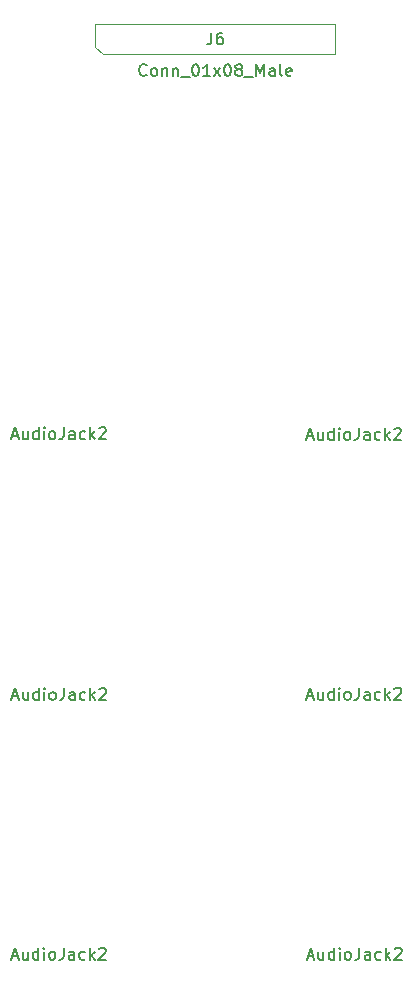
<source format=gbr>
%TF.GenerationSoftware,KiCad,Pcbnew,(5.1.9)-1*%
%TF.CreationDate,2021-08-22T21:38:48+01:00*%
%TF.ProjectId,Simple mixer jack panel,53696d70-6c65-4206-9d69-786572206a61,rev?*%
%TF.SameCoordinates,Original*%
%TF.FileFunction,Other,Fab,Top*%
%FSLAX46Y46*%
G04 Gerber Fmt 4.6, Leading zero omitted, Abs format (unit mm)*
G04 Created by KiCad (PCBNEW (5.1.9)-1) date 2021-08-22 21:38:48*
%MOMM*%
%LPD*%
G01*
G04 APERTURE LIST*
%ADD10C,0.100000*%
%ADD11C,0.150000*%
G04 APERTURE END LIST*
D10*
%TO.C,J6*%
X32725000Y-54000000D02*
X32090000Y-53365000D01*
X52410000Y-54000000D02*
X32725000Y-54000000D01*
X52410000Y-51460000D02*
X52410000Y-54000000D01*
X32090000Y-51460000D02*
X52410000Y-51460000D01*
X32090000Y-53365000D02*
X32090000Y-51460000D01*
%TD*%
%TO.C,J1*%
D11*
X25033809Y-86316666D02*
X25510000Y-86316666D01*
X24938571Y-86602380D02*
X25271904Y-85602380D01*
X25605238Y-86602380D01*
X26367142Y-85935714D02*
X26367142Y-86602380D01*
X25938571Y-85935714D02*
X25938571Y-86459523D01*
X25986190Y-86554761D01*
X26081428Y-86602380D01*
X26224285Y-86602380D01*
X26319523Y-86554761D01*
X26367142Y-86507142D01*
X27271904Y-86602380D02*
X27271904Y-85602380D01*
X27271904Y-86554761D02*
X27176666Y-86602380D01*
X26986190Y-86602380D01*
X26890952Y-86554761D01*
X26843333Y-86507142D01*
X26795714Y-86411904D01*
X26795714Y-86126190D01*
X26843333Y-86030952D01*
X26890952Y-85983333D01*
X26986190Y-85935714D01*
X27176666Y-85935714D01*
X27271904Y-85983333D01*
X27748095Y-86602380D02*
X27748095Y-85935714D01*
X27748095Y-85602380D02*
X27700476Y-85650000D01*
X27748095Y-85697619D01*
X27795714Y-85650000D01*
X27748095Y-85602380D01*
X27748095Y-85697619D01*
X28367142Y-86602380D02*
X28271904Y-86554761D01*
X28224285Y-86507142D01*
X28176666Y-86411904D01*
X28176666Y-86126190D01*
X28224285Y-86030952D01*
X28271904Y-85983333D01*
X28367142Y-85935714D01*
X28510000Y-85935714D01*
X28605238Y-85983333D01*
X28652857Y-86030952D01*
X28700476Y-86126190D01*
X28700476Y-86411904D01*
X28652857Y-86507142D01*
X28605238Y-86554761D01*
X28510000Y-86602380D01*
X28367142Y-86602380D01*
X29414761Y-85602380D02*
X29414761Y-86316666D01*
X29367142Y-86459523D01*
X29271904Y-86554761D01*
X29129047Y-86602380D01*
X29033809Y-86602380D01*
X30319523Y-86602380D02*
X30319523Y-86078571D01*
X30271904Y-85983333D01*
X30176666Y-85935714D01*
X29986190Y-85935714D01*
X29890952Y-85983333D01*
X30319523Y-86554761D02*
X30224285Y-86602380D01*
X29986190Y-86602380D01*
X29890952Y-86554761D01*
X29843333Y-86459523D01*
X29843333Y-86364285D01*
X29890952Y-86269047D01*
X29986190Y-86221428D01*
X30224285Y-86221428D01*
X30319523Y-86173809D01*
X31224285Y-86554761D02*
X31129047Y-86602380D01*
X30938571Y-86602380D01*
X30843333Y-86554761D01*
X30795714Y-86507142D01*
X30748095Y-86411904D01*
X30748095Y-86126190D01*
X30795714Y-86030952D01*
X30843333Y-85983333D01*
X30938571Y-85935714D01*
X31129047Y-85935714D01*
X31224285Y-85983333D01*
X31652857Y-86602380D02*
X31652857Y-85602380D01*
X31748095Y-86221428D02*
X32033809Y-86602380D01*
X32033809Y-85935714D02*
X31652857Y-86316666D01*
X32414761Y-85697619D02*
X32462380Y-85650000D01*
X32557619Y-85602380D01*
X32795714Y-85602380D01*
X32890952Y-85650000D01*
X32938571Y-85697619D01*
X32986190Y-85792857D01*
X32986190Y-85888095D01*
X32938571Y-86030952D01*
X32367142Y-86602380D01*
X32986190Y-86602380D01*
%TO.C,J2*%
X50013809Y-86366666D02*
X50490000Y-86366666D01*
X49918571Y-86652380D02*
X50251904Y-85652380D01*
X50585238Y-86652380D01*
X51347142Y-85985714D02*
X51347142Y-86652380D01*
X50918571Y-85985714D02*
X50918571Y-86509523D01*
X50966190Y-86604761D01*
X51061428Y-86652380D01*
X51204285Y-86652380D01*
X51299523Y-86604761D01*
X51347142Y-86557142D01*
X52251904Y-86652380D02*
X52251904Y-85652380D01*
X52251904Y-86604761D02*
X52156666Y-86652380D01*
X51966190Y-86652380D01*
X51870952Y-86604761D01*
X51823333Y-86557142D01*
X51775714Y-86461904D01*
X51775714Y-86176190D01*
X51823333Y-86080952D01*
X51870952Y-86033333D01*
X51966190Y-85985714D01*
X52156666Y-85985714D01*
X52251904Y-86033333D01*
X52728095Y-86652380D02*
X52728095Y-85985714D01*
X52728095Y-85652380D02*
X52680476Y-85700000D01*
X52728095Y-85747619D01*
X52775714Y-85700000D01*
X52728095Y-85652380D01*
X52728095Y-85747619D01*
X53347142Y-86652380D02*
X53251904Y-86604761D01*
X53204285Y-86557142D01*
X53156666Y-86461904D01*
X53156666Y-86176190D01*
X53204285Y-86080952D01*
X53251904Y-86033333D01*
X53347142Y-85985714D01*
X53490000Y-85985714D01*
X53585238Y-86033333D01*
X53632857Y-86080952D01*
X53680476Y-86176190D01*
X53680476Y-86461904D01*
X53632857Y-86557142D01*
X53585238Y-86604761D01*
X53490000Y-86652380D01*
X53347142Y-86652380D01*
X54394761Y-85652380D02*
X54394761Y-86366666D01*
X54347142Y-86509523D01*
X54251904Y-86604761D01*
X54109047Y-86652380D01*
X54013809Y-86652380D01*
X55299523Y-86652380D02*
X55299523Y-86128571D01*
X55251904Y-86033333D01*
X55156666Y-85985714D01*
X54966190Y-85985714D01*
X54870952Y-86033333D01*
X55299523Y-86604761D02*
X55204285Y-86652380D01*
X54966190Y-86652380D01*
X54870952Y-86604761D01*
X54823333Y-86509523D01*
X54823333Y-86414285D01*
X54870952Y-86319047D01*
X54966190Y-86271428D01*
X55204285Y-86271428D01*
X55299523Y-86223809D01*
X56204285Y-86604761D02*
X56109047Y-86652380D01*
X55918571Y-86652380D01*
X55823333Y-86604761D01*
X55775714Y-86557142D01*
X55728095Y-86461904D01*
X55728095Y-86176190D01*
X55775714Y-86080952D01*
X55823333Y-86033333D01*
X55918571Y-85985714D01*
X56109047Y-85985714D01*
X56204285Y-86033333D01*
X56632857Y-86652380D02*
X56632857Y-85652380D01*
X56728095Y-86271428D02*
X57013809Y-86652380D01*
X57013809Y-85985714D02*
X56632857Y-86366666D01*
X57394761Y-85747619D02*
X57442380Y-85700000D01*
X57537619Y-85652380D01*
X57775714Y-85652380D01*
X57870952Y-85700000D01*
X57918571Y-85747619D01*
X57966190Y-85842857D01*
X57966190Y-85938095D01*
X57918571Y-86080952D01*
X57347142Y-86652380D01*
X57966190Y-86652380D01*
%TO.C,J3*%
X25053809Y-108386666D02*
X25530000Y-108386666D01*
X24958571Y-108672380D02*
X25291904Y-107672380D01*
X25625238Y-108672380D01*
X26387142Y-108005714D02*
X26387142Y-108672380D01*
X25958571Y-108005714D02*
X25958571Y-108529523D01*
X26006190Y-108624761D01*
X26101428Y-108672380D01*
X26244285Y-108672380D01*
X26339523Y-108624761D01*
X26387142Y-108577142D01*
X27291904Y-108672380D02*
X27291904Y-107672380D01*
X27291904Y-108624761D02*
X27196666Y-108672380D01*
X27006190Y-108672380D01*
X26910952Y-108624761D01*
X26863333Y-108577142D01*
X26815714Y-108481904D01*
X26815714Y-108196190D01*
X26863333Y-108100952D01*
X26910952Y-108053333D01*
X27006190Y-108005714D01*
X27196666Y-108005714D01*
X27291904Y-108053333D01*
X27768095Y-108672380D02*
X27768095Y-108005714D01*
X27768095Y-107672380D02*
X27720476Y-107720000D01*
X27768095Y-107767619D01*
X27815714Y-107720000D01*
X27768095Y-107672380D01*
X27768095Y-107767619D01*
X28387142Y-108672380D02*
X28291904Y-108624761D01*
X28244285Y-108577142D01*
X28196666Y-108481904D01*
X28196666Y-108196190D01*
X28244285Y-108100952D01*
X28291904Y-108053333D01*
X28387142Y-108005714D01*
X28530000Y-108005714D01*
X28625238Y-108053333D01*
X28672857Y-108100952D01*
X28720476Y-108196190D01*
X28720476Y-108481904D01*
X28672857Y-108577142D01*
X28625238Y-108624761D01*
X28530000Y-108672380D01*
X28387142Y-108672380D01*
X29434761Y-107672380D02*
X29434761Y-108386666D01*
X29387142Y-108529523D01*
X29291904Y-108624761D01*
X29149047Y-108672380D01*
X29053809Y-108672380D01*
X30339523Y-108672380D02*
X30339523Y-108148571D01*
X30291904Y-108053333D01*
X30196666Y-108005714D01*
X30006190Y-108005714D01*
X29910952Y-108053333D01*
X30339523Y-108624761D02*
X30244285Y-108672380D01*
X30006190Y-108672380D01*
X29910952Y-108624761D01*
X29863333Y-108529523D01*
X29863333Y-108434285D01*
X29910952Y-108339047D01*
X30006190Y-108291428D01*
X30244285Y-108291428D01*
X30339523Y-108243809D01*
X31244285Y-108624761D02*
X31149047Y-108672380D01*
X30958571Y-108672380D01*
X30863333Y-108624761D01*
X30815714Y-108577142D01*
X30768095Y-108481904D01*
X30768095Y-108196190D01*
X30815714Y-108100952D01*
X30863333Y-108053333D01*
X30958571Y-108005714D01*
X31149047Y-108005714D01*
X31244285Y-108053333D01*
X31672857Y-108672380D02*
X31672857Y-107672380D01*
X31768095Y-108291428D02*
X32053809Y-108672380D01*
X32053809Y-108005714D02*
X31672857Y-108386666D01*
X32434761Y-107767619D02*
X32482380Y-107720000D01*
X32577619Y-107672380D01*
X32815714Y-107672380D01*
X32910952Y-107720000D01*
X32958571Y-107767619D01*
X33006190Y-107862857D01*
X33006190Y-107958095D01*
X32958571Y-108100952D01*
X32387142Y-108672380D01*
X33006190Y-108672380D01*
%TO.C,J4*%
X50023809Y-108376666D02*
X50500000Y-108376666D01*
X49928571Y-108662380D02*
X50261904Y-107662380D01*
X50595238Y-108662380D01*
X51357142Y-107995714D02*
X51357142Y-108662380D01*
X50928571Y-107995714D02*
X50928571Y-108519523D01*
X50976190Y-108614761D01*
X51071428Y-108662380D01*
X51214285Y-108662380D01*
X51309523Y-108614761D01*
X51357142Y-108567142D01*
X52261904Y-108662380D02*
X52261904Y-107662380D01*
X52261904Y-108614761D02*
X52166666Y-108662380D01*
X51976190Y-108662380D01*
X51880952Y-108614761D01*
X51833333Y-108567142D01*
X51785714Y-108471904D01*
X51785714Y-108186190D01*
X51833333Y-108090952D01*
X51880952Y-108043333D01*
X51976190Y-107995714D01*
X52166666Y-107995714D01*
X52261904Y-108043333D01*
X52738095Y-108662380D02*
X52738095Y-107995714D01*
X52738095Y-107662380D02*
X52690476Y-107710000D01*
X52738095Y-107757619D01*
X52785714Y-107710000D01*
X52738095Y-107662380D01*
X52738095Y-107757619D01*
X53357142Y-108662380D02*
X53261904Y-108614761D01*
X53214285Y-108567142D01*
X53166666Y-108471904D01*
X53166666Y-108186190D01*
X53214285Y-108090952D01*
X53261904Y-108043333D01*
X53357142Y-107995714D01*
X53500000Y-107995714D01*
X53595238Y-108043333D01*
X53642857Y-108090952D01*
X53690476Y-108186190D01*
X53690476Y-108471904D01*
X53642857Y-108567142D01*
X53595238Y-108614761D01*
X53500000Y-108662380D01*
X53357142Y-108662380D01*
X54404761Y-107662380D02*
X54404761Y-108376666D01*
X54357142Y-108519523D01*
X54261904Y-108614761D01*
X54119047Y-108662380D01*
X54023809Y-108662380D01*
X55309523Y-108662380D02*
X55309523Y-108138571D01*
X55261904Y-108043333D01*
X55166666Y-107995714D01*
X54976190Y-107995714D01*
X54880952Y-108043333D01*
X55309523Y-108614761D02*
X55214285Y-108662380D01*
X54976190Y-108662380D01*
X54880952Y-108614761D01*
X54833333Y-108519523D01*
X54833333Y-108424285D01*
X54880952Y-108329047D01*
X54976190Y-108281428D01*
X55214285Y-108281428D01*
X55309523Y-108233809D01*
X56214285Y-108614761D02*
X56119047Y-108662380D01*
X55928571Y-108662380D01*
X55833333Y-108614761D01*
X55785714Y-108567142D01*
X55738095Y-108471904D01*
X55738095Y-108186190D01*
X55785714Y-108090952D01*
X55833333Y-108043333D01*
X55928571Y-107995714D01*
X56119047Y-107995714D01*
X56214285Y-108043333D01*
X56642857Y-108662380D02*
X56642857Y-107662380D01*
X56738095Y-108281428D02*
X57023809Y-108662380D01*
X57023809Y-107995714D02*
X56642857Y-108376666D01*
X57404761Y-107757619D02*
X57452380Y-107710000D01*
X57547619Y-107662380D01*
X57785714Y-107662380D01*
X57880952Y-107710000D01*
X57928571Y-107757619D01*
X57976190Y-107852857D01*
X57976190Y-107948095D01*
X57928571Y-108090952D01*
X57357142Y-108662380D01*
X57976190Y-108662380D01*
%TO.C,J5*%
X25013809Y-130376666D02*
X25490000Y-130376666D01*
X24918571Y-130662380D02*
X25251904Y-129662380D01*
X25585238Y-130662380D01*
X26347142Y-129995714D02*
X26347142Y-130662380D01*
X25918571Y-129995714D02*
X25918571Y-130519523D01*
X25966190Y-130614761D01*
X26061428Y-130662380D01*
X26204285Y-130662380D01*
X26299523Y-130614761D01*
X26347142Y-130567142D01*
X27251904Y-130662380D02*
X27251904Y-129662380D01*
X27251904Y-130614761D02*
X27156666Y-130662380D01*
X26966190Y-130662380D01*
X26870952Y-130614761D01*
X26823333Y-130567142D01*
X26775714Y-130471904D01*
X26775714Y-130186190D01*
X26823333Y-130090952D01*
X26870952Y-130043333D01*
X26966190Y-129995714D01*
X27156666Y-129995714D01*
X27251904Y-130043333D01*
X27728095Y-130662380D02*
X27728095Y-129995714D01*
X27728095Y-129662380D02*
X27680476Y-129710000D01*
X27728095Y-129757619D01*
X27775714Y-129710000D01*
X27728095Y-129662380D01*
X27728095Y-129757619D01*
X28347142Y-130662380D02*
X28251904Y-130614761D01*
X28204285Y-130567142D01*
X28156666Y-130471904D01*
X28156666Y-130186190D01*
X28204285Y-130090952D01*
X28251904Y-130043333D01*
X28347142Y-129995714D01*
X28490000Y-129995714D01*
X28585238Y-130043333D01*
X28632857Y-130090952D01*
X28680476Y-130186190D01*
X28680476Y-130471904D01*
X28632857Y-130567142D01*
X28585238Y-130614761D01*
X28490000Y-130662380D01*
X28347142Y-130662380D01*
X29394761Y-129662380D02*
X29394761Y-130376666D01*
X29347142Y-130519523D01*
X29251904Y-130614761D01*
X29109047Y-130662380D01*
X29013809Y-130662380D01*
X30299523Y-130662380D02*
X30299523Y-130138571D01*
X30251904Y-130043333D01*
X30156666Y-129995714D01*
X29966190Y-129995714D01*
X29870952Y-130043333D01*
X30299523Y-130614761D02*
X30204285Y-130662380D01*
X29966190Y-130662380D01*
X29870952Y-130614761D01*
X29823333Y-130519523D01*
X29823333Y-130424285D01*
X29870952Y-130329047D01*
X29966190Y-130281428D01*
X30204285Y-130281428D01*
X30299523Y-130233809D01*
X31204285Y-130614761D02*
X31109047Y-130662380D01*
X30918571Y-130662380D01*
X30823333Y-130614761D01*
X30775714Y-130567142D01*
X30728095Y-130471904D01*
X30728095Y-130186190D01*
X30775714Y-130090952D01*
X30823333Y-130043333D01*
X30918571Y-129995714D01*
X31109047Y-129995714D01*
X31204285Y-130043333D01*
X31632857Y-130662380D02*
X31632857Y-129662380D01*
X31728095Y-130281428D02*
X32013809Y-130662380D01*
X32013809Y-129995714D02*
X31632857Y-130376666D01*
X32394761Y-129757619D02*
X32442380Y-129710000D01*
X32537619Y-129662380D01*
X32775714Y-129662380D01*
X32870952Y-129710000D01*
X32918571Y-129757619D01*
X32966190Y-129852857D01*
X32966190Y-129948095D01*
X32918571Y-130090952D01*
X32347142Y-130662380D01*
X32966190Y-130662380D01*
%TO.C,J6*%
X36416666Y-55754142D02*
X36369047Y-55801761D01*
X36226190Y-55849380D01*
X36130952Y-55849380D01*
X35988095Y-55801761D01*
X35892857Y-55706523D01*
X35845238Y-55611285D01*
X35797619Y-55420809D01*
X35797619Y-55277952D01*
X35845238Y-55087476D01*
X35892857Y-54992238D01*
X35988095Y-54897000D01*
X36130952Y-54849380D01*
X36226190Y-54849380D01*
X36369047Y-54897000D01*
X36416666Y-54944619D01*
X36988095Y-55849380D02*
X36892857Y-55801761D01*
X36845238Y-55754142D01*
X36797619Y-55658904D01*
X36797619Y-55373190D01*
X36845238Y-55277952D01*
X36892857Y-55230333D01*
X36988095Y-55182714D01*
X37130952Y-55182714D01*
X37226190Y-55230333D01*
X37273809Y-55277952D01*
X37321428Y-55373190D01*
X37321428Y-55658904D01*
X37273809Y-55754142D01*
X37226190Y-55801761D01*
X37130952Y-55849380D01*
X36988095Y-55849380D01*
X37750000Y-55182714D02*
X37750000Y-55849380D01*
X37750000Y-55277952D02*
X37797619Y-55230333D01*
X37892857Y-55182714D01*
X38035714Y-55182714D01*
X38130952Y-55230333D01*
X38178571Y-55325571D01*
X38178571Y-55849380D01*
X38654761Y-55182714D02*
X38654761Y-55849380D01*
X38654761Y-55277952D02*
X38702380Y-55230333D01*
X38797619Y-55182714D01*
X38940476Y-55182714D01*
X39035714Y-55230333D01*
X39083333Y-55325571D01*
X39083333Y-55849380D01*
X39321428Y-55944619D02*
X40083333Y-55944619D01*
X40511904Y-54849380D02*
X40607142Y-54849380D01*
X40702380Y-54897000D01*
X40750000Y-54944619D01*
X40797619Y-55039857D01*
X40845238Y-55230333D01*
X40845238Y-55468428D01*
X40797619Y-55658904D01*
X40750000Y-55754142D01*
X40702380Y-55801761D01*
X40607142Y-55849380D01*
X40511904Y-55849380D01*
X40416666Y-55801761D01*
X40369047Y-55754142D01*
X40321428Y-55658904D01*
X40273809Y-55468428D01*
X40273809Y-55230333D01*
X40321428Y-55039857D01*
X40369047Y-54944619D01*
X40416666Y-54897000D01*
X40511904Y-54849380D01*
X41797619Y-55849380D02*
X41226190Y-55849380D01*
X41511904Y-55849380D02*
X41511904Y-54849380D01*
X41416666Y-54992238D01*
X41321428Y-55087476D01*
X41226190Y-55135095D01*
X42130952Y-55849380D02*
X42654761Y-55182714D01*
X42130952Y-55182714D02*
X42654761Y-55849380D01*
X43226190Y-54849380D02*
X43321428Y-54849380D01*
X43416666Y-54897000D01*
X43464285Y-54944619D01*
X43511904Y-55039857D01*
X43559523Y-55230333D01*
X43559523Y-55468428D01*
X43511904Y-55658904D01*
X43464285Y-55754142D01*
X43416666Y-55801761D01*
X43321428Y-55849380D01*
X43226190Y-55849380D01*
X43130952Y-55801761D01*
X43083333Y-55754142D01*
X43035714Y-55658904D01*
X42988095Y-55468428D01*
X42988095Y-55230333D01*
X43035714Y-55039857D01*
X43083333Y-54944619D01*
X43130952Y-54897000D01*
X43226190Y-54849380D01*
X44130952Y-55277952D02*
X44035714Y-55230333D01*
X43988095Y-55182714D01*
X43940476Y-55087476D01*
X43940476Y-55039857D01*
X43988095Y-54944619D01*
X44035714Y-54897000D01*
X44130952Y-54849380D01*
X44321428Y-54849380D01*
X44416666Y-54897000D01*
X44464285Y-54944619D01*
X44511904Y-55039857D01*
X44511904Y-55087476D01*
X44464285Y-55182714D01*
X44416666Y-55230333D01*
X44321428Y-55277952D01*
X44130952Y-55277952D01*
X44035714Y-55325571D01*
X43988095Y-55373190D01*
X43940476Y-55468428D01*
X43940476Y-55658904D01*
X43988095Y-55754142D01*
X44035714Y-55801761D01*
X44130952Y-55849380D01*
X44321428Y-55849380D01*
X44416666Y-55801761D01*
X44464285Y-55754142D01*
X44511904Y-55658904D01*
X44511904Y-55468428D01*
X44464285Y-55373190D01*
X44416666Y-55325571D01*
X44321428Y-55277952D01*
X44702380Y-55944619D02*
X45464285Y-55944619D01*
X45702380Y-55849380D02*
X45702380Y-54849380D01*
X46035714Y-55563666D01*
X46369047Y-54849380D01*
X46369047Y-55849380D01*
X47273809Y-55849380D02*
X47273809Y-55325571D01*
X47226190Y-55230333D01*
X47130952Y-55182714D01*
X46940476Y-55182714D01*
X46845238Y-55230333D01*
X47273809Y-55801761D02*
X47178571Y-55849380D01*
X46940476Y-55849380D01*
X46845238Y-55801761D01*
X46797619Y-55706523D01*
X46797619Y-55611285D01*
X46845238Y-55516047D01*
X46940476Y-55468428D01*
X47178571Y-55468428D01*
X47273809Y-55420809D01*
X47892857Y-55849380D02*
X47797619Y-55801761D01*
X47750000Y-55706523D01*
X47750000Y-54849380D01*
X48654761Y-55801761D02*
X48559523Y-55849380D01*
X48369047Y-55849380D01*
X48273809Y-55801761D01*
X48226190Y-55706523D01*
X48226190Y-55325571D01*
X48273809Y-55230333D01*
X48369047Y-55182714D01*
X48559523Y-55182714D01*
X48654761Y-55230333D01*
X48702380Y-55325571D01*
X48702380Y-55420809D01*
X48226190Y-55516047D01*
X41916666Y-52182380D02*
X41916666Y-52896666D01*
X41869047Y-53039523D01*
X41773809Y-53134761D01*
X41630952Y-53182380D01*
X41535714Y-53182380D01*
X42821428Y-52182380D02*
X42630952Y-52182380D01*
X42535714Y-52230000D01*
X42488095Y-52277619D01*
X42392857Y-52420476D01*
X42345238Y-52610952D01*
X42345238Y-52991904D01*
X42392857Y-53087142D01*
X42440476Y-53134761D01*
X42535714Y-53182380D01*
X42726190Y-53182380D01*
X42821428Y-53134761D01*
X42869047Y-53087142D01*
X42916666Y-52991904D01*
X42916666Y-52753809D01*
X42869047Y-52658571D01*
X42821428Y-52610952D01*
X42726190Y-52563333D01*
X42535714Y-52563333D01*
X42440476Y-52610952D01*
X42392857Y-52658571D01*
X42345238Y-52753809D01*
%TO.C,J7*%
X50063809Y-130386666D02*
X50540000Y-130386666D01*
X49968571Y-130672380D02*
X50301904Y-129672380D01*
X50635238Y-130672380D01*
X51397142Y-130005714D02*
X51397142Y-130672380D01*
X50968571Y-130005714D02*
X50968571Y-130529523D01*
X51016190Y-130624761D01*
X51111428Y-130672380D01*
X51254285Y-130672380D01*
X51349523Y-130624761D01*
X51397142Y-130577142D01*
X52301904Y-130672380D02*
X52301904Y-129672380D01*
X52301904Y-130624761D02*
X52206666Y-130672380D01*
X52016190Y-130672380D01*
X51920952Y-130624761D01*
X51873333Y-130577142D01*
X51825714Y-130481904D01*
X51825714Y-130196190D01*
X51873333Y-130100952D01*
X51920952Y-130053333D01*
X52016190Y-130005714D01*
X52206666Y-130005714D01*
X52301904Y-130053333D01*
X52778095Y-130672380D02*
X52778095Y-130005714D01*
X52778095Y-129672380D02*
X52730476Y-129720000D01*
X52778095Y-129767619D01*
X52825714Y-129720000D01*
X52778095Y-129672380D01*
X52778095Y-129767619D01*
X53397142Y-130672380D02*
X53301904Y-130624761D01*
X53254285Y-130577142D01*
X53206666Y-130481904D01*
X53206666Y-130196190D01*
X53254285Y-130100952D01*
X53301904Y-130053333D01*
X53397142Y-130005714D01*
X53540000Y-130005714D01*
X53635238Y-130053333D01*
X53682857Y-130100952D01*
X53730476Y-130196190D01*
X53730476Y-130481904D01*
X53682857Y-130577142D01*
X53635238Y-130624761D01*
X53540000Y-130672380D01*
X53397142Y-130672380D01*
X54444761Y-129672380D02*
X54444761Y-130386666D01*
X54397142Y-130529523D01*
X54301904Y-130624761D01*
X54159047Y-130672380D01*
X54063809Y-130672380D01*
X55349523Y-130672380D02*
X55349523Y-130148571D01*
X55301904Y-130053333D01*
X55206666Y-130005714D01*
X55016190Y-130005714D01*
X54920952Y-130053333D01*
X55349523Y-130624761D02*
X55254285Y-130672380D01*
X55016190Y-130672380D01*
X54920952Y-130624761D01*
X54873333Y-130529523D01*
X54873333Y-130434285D01*
X54920952Y-130339047D01*
X55016190Y-130291428D01*
X55254285Y-130291428D01*
X55349523Y-130243809D01*
X56254285Y-130624761D02*
X56159047Y-130672380D01*
X55968571Y-130672380D01*
X55873333Y-130624761D01*
X55825714Y-130577142D01*
X55778095Y-130481904D01*
X55778095Y-130196190D01*
X55825714Y-130100952D01*
X55873333Y-130053333D01*
X55968571Y-130005714D01*
X56159047Y-130005714D01*
X56254285Y-130053333D01*
X56682857Y-130672380D02*
X56682857Y-129672380D01*
X56778095Y-130291428D02*
X57063809Y-130672380D01*
X57063809Y-130005714D02*
X56682857Y-130386666D01*
X57444761Y-129767619D02*
X57492380Y-129720000D01*
X57587619Y-129672380D01*
X57825714Y-129672380D01*
X57920952Y-129720000D01*
X57968571Y-129767619D01*
X58016190Y-129862857D01*
X58016190Y-129958095D01*
X57968571Y-130100952D01*
X57397142Y-130672380D01*
X58016190Y-130672380D01*
%TD*%
M02*

</source>
